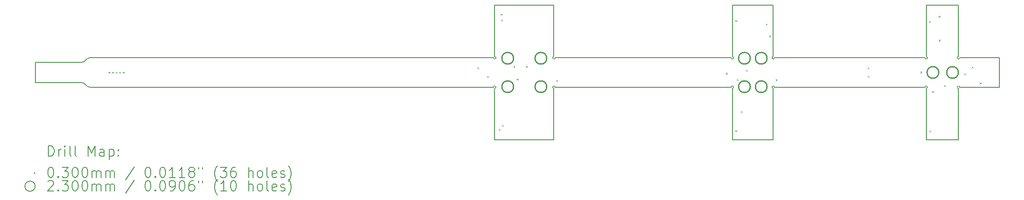
<source format=gbr>
%TF.GenerationSoftware,KiCad,Pcbnew,7.0.7*%
%TF.CreationDate,2024-05-14T22:52:38+02:00*%
%TF.ProjectId,Index_Middle_Ring_V3,496e6465-785f-44d6-9964-646c655f5269,rev?*%
%TF.SameCoordinates,Original*%
%TF.FileFunction,Drillmap*%
%TF.FilePolarity,Positive*%
%FSLAX45Y45*%
G04 Gerber Fmt 4.5, Leading zero omitted, Abs format (unit mm)*
G04 Created by KiCad (PCBNEW 7.0.7) date 2024-05-14 22:52:38*
%MOMM*%
%LPD*%
G01*
G04 APERTURE LIST*
%ADD10C,0.200000*%
%ADD11C,0.030000*%
%ADD12C,0.230000*%
G04 APERTURE END LIST*
D10*
X14387749Y-11477400D02*
X14387749Y-10467400D01*
X5211767Y-12037400D02*
G75*
G03*
X5128251Y-11992400I-83517J-55000D01*
G01*
X17862750Y-11502400D02*
G75*
G03*
X17887749Y-11477400I25000J0D01*
G01*
X17887749Y-12107401D02*
G75*
G03*
X17862749Y-12082400I1J25001D01*
G01*
X18712749Y-12082400D02*
X21662749Y-12082400D01*
X17887749Y-10467400D02*
X17887749Y-11477400D01*
X13202749Y-11502400D02*
X5295284Y-11502400D01*
X13202750Y-11502400D02*
G75*
G03*
X13227749Y-11477400I25000J0D01*
G01*
X4227749Y-11992400D02*
X5128251Y-11992400D01*
X21662750Y-11502400D02*
G75*
G03*
X21687749Y-11477400I25000J0D01*
G01*
X17887749Y-12107400D02*
X17887749Y-13117400D01*
X13227749Y-12107400D02*
X13227749Y-13117400D01*
X17887749Y-13117400D02*
X18687749Y-13117400D01*
X14387749Y-10467400D02*
X13227749Y-10467400D01*
X18687749Y-13117400D02*
X18687749Y-12107400D01*
X23117749Y-12082400D02*
X23117749Y-11502400D01*
X21687749Y-12107401D02*
G75*
G03*
X21662749Y-12082400I1J25001D01*
G01*
X18687749Y-10467400D02*
X17887749Y-10467400D01*
X5128251Y-11592400D02*
G75*
G03*
X5211767Y-11547400I-1J100001D01*
G01*
X4227749Y-11592400D02*
X4227749Y-11992400D01*
X5211765Y-12037402D02*
G75*
G03*
X5295284Y-12082400I83515J55002D01*
G01*
X17862749Y-11502400D02*
X14412749Y-11502400D01*
X22317749Y-11477400D02*
X22317749Y-10467400D01*
X14412750Y-12082400D02*
G75*
G03*
X14387749Y-12107400I-25000J0D01*
G01*
X22317749Y-13117400D02*
X22317749Y-12107400D01*
X23117749Y-11502400D02*
X22342749Y-11502400D01*
X21687749Y-13117400D02*
X22317749Y-13117400D01*
X22342749Y-12082400D02*
X23117749Y-12082400D01*
X14387749Y-11477401D02*
G75*
G03*
X14412749Y-11502400I1J-24999D01*
G01*
X14387749Y-13117400D02*
X14387749Y-12107400D01*
X13227749Y-10467400D02*
X13227749Y-11477400D01*
X18687749Y-11477400D02*
X18687749Y-10467400D01*
X13227749Y-13117400D02*
X14387749Y-13117400D01*
X5295284Y-11502403D02*
G75*
G03*
X5211767Y-11547400I-4J-99997D01*
G01*
X13227749Y-12107401D02*
G75*
G03*
X13202749Y-12082400I1J25001D01*
G01*
X22317749Y-10467400D02*
X21687749Y-10467400D01*
X18712750Y-12082400D02*
G75*
G03*
X18687749Y-12107400I-25000J0D01*
G01*
X21687749Y-12107400D02*
X21687749Y-13117400D01*
X14412749Y-12082400D02*
X17862749Y-12082400D01*
X5128251Y-11592400D02*
X4227749Y-11592400D01*
X5295284Y-12082400D02*
X13202749Y-12082400D01*
X21687749Y-10467400D02*
X21687749Y-11477400D01*
X21662749Y-11502400D02*
X18712749Y-11502400D01*
X22342750Y-12082400D02*
G75*
G03*
X22317749Y-12107400I-25000J0D01*
G01*
X18687749Y-11477401D02*
G75*
G03*
X18712749Y-11502400I1J-24999D01*
G01*
X22317749Y-11477401D02*
G75*
G03*
X22342749Y-11502400I1J-24999D01*
G01*
D11*
X5655372Y-11777400D02*
X5685372Y-11807400D01*
X5685372Y-11777400D02*
X5655372Y-11807400D01*
X5725372Y-11777400D02*
X5755372Y-11807400D01*
X5755372Y-11777400D02*
X5725372Y-11807400D01*
X5795372Y-11777400D02*
X5825372Y-11807400D01*
X5825372Y-11777400D02*
X5795372Y-11807400D01*
X5865373Y-11777400D02*
X5895373Y-11807400D01*
X5895373Y-11777400D02*
X5865373Y-11807400D01*
X5935372Y-11777400D02*
X5965372Y-11807400D01*
X5965372Y-11777400D02*
X5935372Y-11807400D01*
X12888000Y-11687400D02*
X12918000Y-11717400D01*
X12918000Y-11687400D02*
X12888000Y-11717400D01*
X13078000Y-11862400D02*
X13108000Y-11892400D01*
X13108000Y-11862400D02*
X13078000Y-11892400D01*
X13305500Y-12904900D02*
X13335500Y-12934900D01*
X13335500Y-12904900D02*
X13305500Y-12934900D01*
X13344600Y-10636400D02*
X13374600Y-10666400D01*
X13374600Y-10636400D02*
X13344600Y-10666400D01*
X13354600Y-10747400D02*
X13384600Y-10777400D01*
X13384600Y-10747400D02*
X13354600Y-10777400D01*
X13368000Y-12822400D02*
X13398000Y-12852400D01*
X13398000Y-12822400D02*
X13368000Y-12852400D01*
X13593000Y-11662400D02*
X13623000Y-11692400D01*
X13623000Y-11662400D02*
X13593000Y-11692400D01*
X13658000Y-11912400D02*
X13688000Y-11942400D01*
X13688000Y-11912400D02*
X13658000Y-11942400D01*
X13838000Y-11662400D02*
X13868000Y-11692400D01*
X13868000Y-11662400D02*
X13838000Y-11692400D01*
X14433500Y-11937900D02*
X14463500Y-11967900D01*
X14463500Y-11937900D02*
X14433500Y-11967900D01*
X17760500Y-11799900D02*
X17790500Y-11829900D01*
X17790500Y-11799900D02*
X17760500Y-11829900D01*
X17943000Y-10762400D02*
X17973000Y-10792400D01*
X17973000Y-10762400D02*
X17943000Y-10792400D01*
X17943000Y-12927400D02*
X17973000Y-12957400D01*
X17973000Y-12927400D02*
X17943000Y-12957400D01*
X17971000Y-11923400D02*
X18001000Y-11953400D01*
X18001000Y-11923400D02*
X17971000Y-11953400D01*
X18052000Y-12554400D02*
X18082000Y-12584400D01*
X18082000Y-12554400D02*
X18052000Y-12584400D01*
X18153000Y-11737400D02*
X18183000Y-11767400D01*
X18183000Y-11737400D02*
X18153000Y-11767400D01*
X18538000Y-10827400D02*
X18568000Y-10857400D01*
X18568000Y-10827400D02*
X18538000Y-10857400D01*
X18608000Y-11062400D02*
X18638000Y-11092400D01*
X18638000Y-11062400D02*
X18608000Y-11092400D01*
X18733500Y-11924900D02*
X18763500Y-11954900D01*
X18763500Y-11924900D02*
X18733500Y-11954900D01*
X20536000Y-11694400D02*
X20566000Y-11724400D01*
X20566000Y-11694400D02*
X20536000Y-11724400D01*
X20541000Y-11857400D02*
X20571000Y-11887400D01*
X20571000Y-11857400D02*
X20541000Y-11887400D01*
X21569000Y-11773400D02*
X21599000Y-11803400D01*
X21599000Y-11773400D02*
X21569000Y-11803400D01*
X21738000Y-10777400D02*
X21768000Y-10807400D01*
X21768000Y-10777400D02*
X21738000Y-10807400D01*
X21750500Y-12934150D02*
X21780500Y-12964150D01*
X21780500Y-12934150D02*
X21750500Y-12964150D01*
X21804000Y-12159400D02*
X21834000Y-12189400D01*
X21834000Y-12159400D02*
X21804000Y-12189400D01*
X21928000Y-10677400D02*
X21958000Y-10707400D01*
X21958000Y-10677400D02*
X21928000Y-10707400D01*
X21932000Y-11148400D02*
X21962000Y-11178400D01*
X21962000Y-11148400D02*
X21932000Y-11178400D01*
X22034000Y-12040400D02*
X22064000Y-12070400D01*
X22064000Y-12040400D02*
X22034000Y-12070400D01*
X22428000Y-11807400D02*
X22458000Y-11837400D01*
X22458000Y-11807400D02*
X22428000Y-11837400D01*
X22579000Y-11675400D02*
X22609000Y-11705400D01*
X22609000Y-11675400D02*
X22579000Y-11705400D01*
X22734000Y-11987400D02*
X22764000Y-12017400D01*
X22764000Y-11987400D02*
X22734000Y-12017400D01*
D12*
X13598000Y-11512400D02*
G75*
G03*
X13598000Y-11512400I-115000J0D01*
G01*
X13598000Y-12072400D02*
G75*
G03*
X13598000Y-12072400I-115000J0D01*
G01*
X14248000Y-11512400D02*
G75*
G03*
X14248000Y-11512400I-115000J0D01*
G01*
X14248000Y-12072400D02*
G75*
G03*
X14248000Y-12072400I-115000J0D01*
G01*
X18238000Y-11512400D02*
G75*
G03*
X18238000Y-11512400I-115000J0D01*
G01*
X18238000Y-12072400D02*
G75*
G03*
X18238000Y-12072400I-115000J0D01*
G01*
X18568000Y-11512400D02*
G75*
G03*
X18568000Y-11512400I-115000J0D01*
G01*
X18568000Y-12072400D02*
G75*
G03*
X18568000Y-12072400I-115000J0D01*
G01*
X21933000Y-11792400D02*
G75*
G03*
X21933000Y-11792400I-115000J0D01*
G01*
X22318000Y-11792400D02*
G75*
G03*
X22318000Y-11792400I-115000J0D01*
G01*
D10*
X4478526Y-13438884D02*
X4478526Y-13238884D01*
X4478526Y-13238884D02*
X4526145Y-13238884D01*
X4526145Y-13238884D02*
X4554717Y-13248408D01*
X4554717Y-13248408D02*
X4573764Y-13267455D01*
X4573764Y-13267455D02*
X4583288Y-13286503D01*
X4583288Y-13286503D02*
X4592812Y-13324598D01*
X4592812Y-13324598D02*
X4592812Y-13353169D01*
X4592812Y-13353169D02*
X4583288Y-13391265D01*
X4583288Y-13391265D02*
X4573764Y-13410312D01*
X4573764Y-13410312D02*
X4554717Y-13429360D01*
X4554717Y-13429360D02*
X4526145Y-13438884D01*
X4526145Y-13438884D02*
X4478526Y-13438884D01*
X4678526Y-13438884D02*
X4678526Y-13305550D01*
X4678526Y-13343646D02*
X4688050Y-13324598D01*
X4688050Y-13324598D02*
X4697574Y-13315074D01*
X4697574Y-13315074D02*
X4716621Y-13305550D01*
X4716621Y-13305550D02*
X4735669Y-13305550D01*
X4802336Y-13438884D02*
X4802336Y-13305550D01*
X4802336Y-13238884D02*
X4792812Y-13248408D01*
X4792812Y-13248408D02*
X4802336Y-13257931D01*
X4802336Y-13257931D02*
X4811859Y-13248408D01*
X4811859Y-13248408D02*
X4802336Y-13238884D01*
X4802336Y-13238884D02*
X4802336Y-13257931D01*
X4926145Y-13438884D02*
X4907098Y-13429360D01*
X4907098Y-13429360D02*
X4897574Y-13410312D01*
X4897574Y-13410312D02*
X4897574Y-13238884D01*
X5030907Y-13438884D02*
X5011859Y-13429360D01*
X5011859Y-13429360D02*
X5002336Y-13410312D01*
X5002336Y-13410312D02*
X5002336Y-13238884D01*
X5259479Y-13438884D02*
X5259479Y-13238884D01*
X5259479Y-13238884D02*
X5326145Y-13381741D01*
X5326145Y-13381741D02*
X5392812Y-13238884D01*
X5392812Y-13238884D02*
X5392812Y-13438884D01*
X5573764Y-13438884D02*
X5573764Y-13334122D01*
X5573764Y-13334122D02*
X5564240Y-13315074D01*
X5564240Y-13315074D02*
X5545193Y-13305550D01*
X5545193Y-13305550D02*
X5507098Y-13305550D01*
X5507098Y-13305550D02*
X5488050Y-13315074D01*
X5573764Y-13429360D02*
X5554717Y-13438884D01*
X5554717Y-13438884D02*
X5507098Y-13438884D01*
X5507098Y-13438884D02*
X5488050Y-13429360D01*
X5488050Y-13429360D02*
X5478526Y-13410312D01*
X5478526Y-13410312D02*
X5478526Y-13391265D01*
X5478526Y-13391265D02*
X5488050Y-13372217D01*
X5488050Y-13372217D02*
X5507098Y-13362693D01*
X5507098Y-13362693D02*
X5554717Y-13362693D01*
X5554717Y-13362693D02*
X5573764Y-13353169D01*
X5669002Y-13305550D02*
X5669002Y-13505550D01*
X5669002Y-13315074D02*
X5688050Y-13305550D01*
X5688050Y-13305550D02*
X5726145Y-13305550D01*
X5726145Y-13305550D02*
X5745193Y-13315074D01*
X5745193Y-13315074D02*
X5754717Y-13324598D01*
X5754717Y-13324598D02*
X5764240Y-13343646D01*
X5764240Y-13343646D02*
X5764240Y-13400788D01*
X5764240Y-13400788D02*
X5754717Y-13419836D01*
X5754717Y-13419836D02*
X5745193Y-13429360D01*
X5745193Y-13429360D02*
X5726145Y-13438884D01*
X5726145Y-13438884D02*
X5688050Y-13438884D01*
X5688050Y-13438884D02*
X5669002Y-13429360D01*
X5849955Y-13419836D02*
X5859478Y-13429360D01*
X5859478Y-13429360D02*
X5849955Y-13438884D01*
X5849955Y-13438884D02*
X5840431Y-13429360D01*
X5840431Y-13429360D02*
X5849955Y-13419836D01*
X5849955Y-13419836D02*
X5849955Y-13438884D01*
X5849955Y-13315074D02*
X5859478Y-13324598D01*
X5859478Y-13324598D02*
X5849955Y-13334122D01*
X5849955Y-13334122D02*
X5840431Y-13324598D01*
X5840431Y-13324598D02*
X5849955Y-13315074D01*
X5849955Y-13315074D02*
X5849955Y-13334122D01*
D11*
X4187749Y-13752400D02*
X4217749Y-13782400D01*
X4217749Y-13752400D02*
X4187749Y-13782400D01*
D10*
X4516621Y-13658884D02*
X4535669Y-13658884D01*
X4535669Y-13658884D02*
X4554717Y-13668408D01*
X4554717Y-13668408D02*
X4564240Y-13677931D01*
X4564240Y-13677931D02*
X4573764Y-13696979D01*
X4573764Y-13696979D02*
X4583288Y-13735074D01*
X4583288Y-13735074D02*
X4583288Y-13782693D01*
X4583288Y-13782693D02*
X4573764Y-13820788D01*
X4573764Y-13820788D02*
X4564240Y-13839836D01*
X4564240Y-13839836D02*
X4554717Y-13849360D01*
X4554717Y-13849360D02*
X4535669Y-13858884D01*
X4535669Y-13858884D02*
X4516621Y-13858884D01*
X4516621Y-13858884D02*
X4497574Y-13849360D01*
X4497574Y-13849360D02*
X4488050Y-13839836D01*
X4488050Y-13839836D02*
X4478526Y-13820788D01*
X4478526Y-13820788D02*
X4469002Y-13782693D01*
X4469002Y-13782693D02*
X4469002Y-13735074D01*
X4469002Y-13735074D02*
X4478526Y-13696979D01*
X4478526Y-13696979D02*
X4488050Y-13677931D01*
X4488050Y-13677931D02*
X4497574Y-13668408D01*
X4497574Y-13668408D02*
X4516621Y-13658884D01*
X4669002Y-13839836D02*
X4678526Y-13849360D01*
X4678526Y-13849360D02*
X4669002Y-13858884D01*
X4669002Y-13858884D02*
X4659479Y-13849360D01*
X4659479Y-13849360D02*
X4669002Y-13839836D01*
X4669002Y-13839836D02*
X4669002Y-13858884D01*
X4745193Y-13658884D02*
X4869002Y-13658884D01*
X4869002Y-13658884D02*
X4802336Y-13735074D01*
X4802336Y-13735074D02*
X4830907Y-13735074D01*
X4830907Y-13735074D02*
X4849955Y-13744598D01*
X4849955Y-13744598D02*
X4859479Y-13754122D01*
X4859479Y-13754122D02*
X4869002Y-13773169D01*
X4869002Y-13773169D02*
X4869002Y-13820788D01*
X4869002Y-13820788D02*
X4859479Y-13839836D01*
X4859479Y-13839836D02*
X4849955Y-13849360D01*
X4849955Y-13849360D02*
X4830907Y-13858884D01*
X4830907Y-13858884D02*
X4773764Y-13858884D01*
X4773764Y-13858884D02*
X4754717Y-13849360D01*
X4754717Y-13849360D02*
X4745193Y-13839836D01*
X4992812Y-13658884D02*
X5011860Y-13658884D01*
X5011860Y-13658884D02*
X5030907Y-13668408D01*
X5030907Y-13668408D02*
X5040431Y-13677931D01*
X5040431Y-13677931D02*
X5049955Y-13696979D01*
X5049955Y-13696979D02*
X5059479Y-13735074D01*
X5059479Y-13735074D02*
X5059479Y-13782693D01*
X5059479Y-13782693D02*
X5049955Y-13820788D01*
X5049955Y-13820788D02*
X5040431Y-13839836D01*
X5040431Y-13839836D02*
X5030907Y-13849360D01*
X5030907Y-13849360D02*
X5011860Y-13858884D01*
X5011860Y-13858884D02*
X4992812Y-13858884D01*
X4992812Y-13858884D02*
X4973764Y-13849360D01*
X4973764Y-13849360D02*
X4964240Y-13839836D01*
X4964240Y-13839836D02*
X4954717Y-13820788D01*
X4954717Y-13820788D02*
X4945193Y-13782693D01*
X4945193Y-13782693D02*
X4945193Y-13735074D01*
X4945193Y-13735074D02*
X4954717Y-13696979D01*
X4954717Y-13696979D02*
X4964240Y-13677931D01*
X4964240Y-13677931D02*
X4973764Y-13668408D01*
X4973764Y-13668408D02*
X4992812Y-13658884D01*
X5183288Y-13658884D02*
X5202336Y-13658884D01*
X5202336Y-13658884D02*
X5221383Y-13668408D01*
X5221383Y-13668408D02*
X5230907Y-13677931D01*
X5230907Y-13677931D02*
X5240431Y-13696979D01*
X5240431Y-13696979D02*
X5249955Y-13735074D01*
X5249955Y-13735074D02*
X5249955Y-13782693D01*
X5249955Y-13782693D02*
X5240431Y-13820788D01*
X5240431Y-13820788D02*
X5230907Y-13839836D01*
X5230907Y-13839836D02*
X5221383Y-13849360D01*
X5221383Y-13849360D02*
X5202336Y-13858884D01*
X5202336Y-13858884D02*
X5183288Y-13858884D01*
X5183288Y-13858884D02*
X5164240Y-13849360D01*
X5164240Y-13849360D02*
X5154717Y-13839836D01*
X5154717Y-13839836D02*
X5145193Y-13820788D01*
X5145193Y-13820788D02*
X5135669Y-13782693D01*
X5135669Y-13782693D02*
X5135669Y-13735074D01*
X5135669Y-13735074D02*
X5145193Y-13696979D01*
X5145193Y-13696979D02*
X5154717Y-13677931D01*
X5154717Y-13677931D02*
X5164240Y-13668408D01*
X5164240Y-13668408D02*
X5183288Y-13658884D01*
X5335669Y-13858884D02*
X5335669Y-13725550D01*
X5335669Y-13744598D02*
X5345193Y-13735074D01*
X5345193Y-13735074D02*
X5364240Y-13725550D01*
X5364240Y-13725550D02*
X5392812Y-13725550D01*
X5392812Y-13725550D02*
X5411860Y-13735074D01*
X5411860Y-13735074D02*
X5421383Y-13754122D01*
X5421383Y-13754122D02*
X5421383Y-13858884D01*
X5421383Y-13754122D02*
X5430907Y-13735074D01*
X5430907Y-13735074D02*
X5449955Y-13725550D01*
X5449955Y-13725550D02*
X5478526Y-13725550D01*
X5478526Y-13725550D02*
X5497574Y-13735074D01*
X5497574Y-13735074D02*
X5507098Y-13754122D01*
X5507098Y-13754122D02*
X5507098Y-13858884D01*
X5602336Y-13858884D02*
X5602336Y-13725550D01*
X5602336Y-13744598D02*
X5611859Y-13735074D01*
X5611859Y-13735074D02*
X5630907Y-13725550D01*
X5630907Y-13725550D02*
X5659479Y-13725550D01*
X5659479Y-13725550D02*
X5678526Y-13735074D01*
X5678526Y-13735074D02*
X5688050Y-13754122D01*
X5688050Y-13754122D02*
X5688050Y-13858884D01*
X5688050Y-13754122D02*
X5697574Y-13735074D01*
X5697574Y-13735074D02*
X5716621Y-13725550D01*
X5716621Y-13725550D02*
X5745193Y-13725550D01*
X5745193Y-13725550D02*
X5764240Y-13735074D01*
X5764240Y-13735074D02*
X5773764Y-13754122D01*
X5773764Y-13754122D02*
X5773764Y-13858884D01*
X6164240Y-13649360D02*
X5992812Y-13906503D01*
X6421383Y-13658884D02*
X6440431Y-13658884D01*
X6440431Y-13658884D02*
X6459479Y-13668408D01*
X6459479Y-13668408D02*
X6469002Y-13677931D01*
X6469002Y-13677931D02*
X6478526Y-13696979D01*
X6478526Y-13696979D02*
X6488050Y-13735074D01*
X6488050Y-13735074D02*
X6488050Y-13782693D01*
X6488050Y-13782693D02*
X6478526Y-13820788D01*
X6478526Y-13820788D02*
X6469002Y-13839836D01*
X6469002Y-13839836D02*
X6459479Y-13849360D01*
X6459479Y-13849360D02*
X6440431Y-13858884D01*
X6440431Y-13858884D02*
X6421383Y-13858884D01*
X6421383Y-13858884D02*
X6402336Y-13849360D01*
X6402336Y-13849360D02*
X6392812Y-13839836D01*
X6392812Y-13839836D02*
X6383288Y-13820788D01*
X6383288Y-13820788D02*
X6373764Y-13782693D01*
X6373764Y-13782693D02*
X6373764Y-13735074D01*
X6373764Y-13735074D02*
X6383288Y-13696979D01*
X6383288Y-13696979D02*
X6392812Y-13677931D01*
X6392812Y-13677931D02*
X6402336Y-13668408D01*
X6402336Y-13668408D02*
X6421383Y-13658884D01*
X6573764Y-13839836D02*
X6583288Y-13849360D01*
X6583288Y-13849360D02*
X6573764Y-13858884D01*
X6573764Y-13858884D02*
X6564241Y-13849360D01*
X6564241Y-13849360D02*
X6573764Y-13839836D01*
X6573764Y-13839836D02*
X6573764Y-13858884D01*
X6707098Y-13658884D02*
X6726145Y-13658884D01*
X6726145Y-13658884D02*
X6745193Y-13668408D01*
X6745193Y-13668408D02*
X6754717Y-13677931D01*
X6754717Y-13677931D02*
X6764241Y-13696979D01*
X6764241Y-13696979D02*
X6773764Y-13735074D01*
X6773764Y-13735074D02*
X6773764Y-13782693D01*
X6773764Y-13782693D02*
X6764241Y-13820788D01*
X6764241Y-13820788D02*
X6754717Y-13839836D01*
X6754717Y-13839836D02*
X6745193Y-13849360D01*
X6745193Y-13849360D02*
X6726145Y-13858884D01*
X6726145Y-13858884D02*
X6707098Y-13858884D01*
X6707098Y-13858884D02*
X6688050Y-13849360D01*
X6688050Y-13849360D02*
X6678526Y-13839836D01*
X6678526Y-13839836D02*
X6669002Y-13820788D01*
X6669002Y-13820788D02*
X6659479Y-13782693D01*
X6659479Y-13782693D02*
X6659479Y-13735074D01*
X6659479Y-13735074D02*
X6669002Y-13696979D01*
X6669002Y-13696979D02*
X6678526Y-13677931D01*
X6678526Y-13677931D02*
X6688050Y-13668408D01*
X6688050Y-13668408D02*
X6707098Y-13658884D01*
X6964241Y-13858884D02*
X6849955Y-13858884D01*
X6907098Y-13858884D02*
X6907098Y-13658884D01*
X6907098Y-13658884D02*
X6888050Y-13687455D01*
X6888050Y-13687455D02*
X6869002Y-13706503D01*
X6869002Y-13706503D02*
X6849955Y-13716027D01*
X7154717Y-13858884D02*
X7040431Y-13858884D01*
X7097574Y-13858884D02*
X7097574Y-13658884D01*
X7097574Y-13658884D02*
X7078526Y-13687455D01*
X7078526Y-13687455D02*
X7059479Y-13706503D01*
X7059479Y-13706503D02*
X7040431Y-13716027D01*
X7269002Y-13744598D02*
X7249955Y-13735074D01*
X7249955Y-13735074D02*
X7240431Y-13725550D01*
X7240431Y-13725550D02*
X7230907Y-13706503D01*
X7230907Y-13706503D02*
X7230907Y-13696979D01*
X7230907Y-13696979D02*
X7240431Y-13677931D01*
X7240431Y-13677931D02*
X7249955Y-13668408D01*
X7249955Y-13668408D02*
X7269002Y-13658884D01*
X7269002Y-13658884D02*
X7307098Y-13658884D01*
X7307098Y-13658884D02*
X7326145Y-13668408D01*
X7326145Y-13668408D02*
X7335669Y-13677931D01*
X7335669Y-13677931D02*
X7345193Y-13696979D01*
X7345193Y-13696979D02*
X7345193Y-13706503D01*
X7345193Y-13706503D02*
X7335669Y-13725550D01*
X7335669Y-13725550D02*
X7326145Y-13735074D01*
X7326145Y-13735074D02*
X7307098Y-13744598D01*
X7307098Y-13744598D02*
X7269002Y-13744598D01*
X7269002Y-13744598D02*
X7249955Y-13754122D01*
X7249955Y-13754122D02*
X7240431Y-13763646D01*
X7240431Y-13763646D02*
X7230907Y-13782693D01*
X7230907Y-13782693D02*
X7230907Y-13820788D01*
X7230907Y-13820788D02*
X7240431Y-13839836D01*
X7240431Y-13839836D02*
X7249955Y-13849360D01*
X7249955Y-13849360D02*
X7269002Y-13858884D01*
X7269002Y-13858884D02*
X7307098Y-13858884D01*
X7307098Y-13858884D02*
X7326145Y-13849360D01*
X7326145Y-13849360D02*
X7335669Y-13839836D01*
X7335669Y-13839836D02*
X7345193Y-13820788D01*
X7345193Y-13820788D02*
X7345193Y-13782693D01*
X7345193Y-13782693D02*
X7335669Y-13763646D01*
X7335669Y-13763646D02*
X7326145Y-13754122D01*
X7326145Y-13754122D02*
X7307098Y-13744598D01*
X7421383Y-13658884D02*
X7421383Y-13696979D01*
X7497574Y-13658884D02*
X7497574Y-13696979D01*
X7792812Y-13935074D02*
X7783288Y-13925550D01*
X7783288Y-13925550D02*
X7764241Y-13896979D01*
X7764241Y-13896979D02*
X7754717Y-13877931D01*
X7754717Y-13877931D02*
X7745193Y-13849360D01*
X7745193Y-13849360D02*
X7735669Y-13801741D01*
X7735669Y-13801741D02*
X7735669Y-13763646D01*
X7735669Y-13763646D02*
X7745193Y-13716027D01*
X7745193Y-13716027D02*
X7754717Y-13687455D01*
X7754717Y-13687455D02*
X7764241Y-13668408D01*
X7764241Y-13668408D02*
X7783288Y-13639836D01*
X7783288Y-13639836D02*
X7792812Y-13630312D01*
X7849955Y-13658884D02*
X7973764Y-13658884D01*
X7973764Y-13658884D02*
X7907098Y-13735074D01*
X7907098Y-13735074D02*
X7935669Y-13735074D01*
X7935669Y-13735074D02*
X7954717Y-13744598D01*
X7954717Y-13744598D02*
X7964241Y-13754122D01*
X7964241Y-13754122D02*
X7973764Y-13773169D01*
X7973764Y-13773169D02*
X7973764Y-13820788D01*
X7973764Y-13820788D02*
X7964241Y-13839836D01*
X7964241Y-13839836D02*
X7954717Y-13849360D01*
X7954717Y-13849360D02*
X7935669Y-13858884D01*
X7935669Y-13858884D02*
X7878526Y-13858884D01*
X7878526Y-13858884D02*
X7859479Y-13849360D01*
X7859479Y-13849360D02*
X7849955Y-13839836D01*
X8145193Y-13658884D02*
X8107098Y-13658884D01*
X8107098Y-13658884D02*
X8088050Y-13668408D01*
X8088050Y-13668408D02*
X8078526Y-13677931D01*
X8078526Y-13677931D02*
X8059479Y-13706503D01*
X8059479Y-13706503D02*
X8049955Y-13744598D01*
X8049955Y-13744598D02*
X8049955Y-13820788D01*
X8049955Y-13820788D02*
X8059479Y-13839836D01*
X8059479Y-13839836D02*
X8069003Y-13849360D01*
X8069003Y-13849360D02*
X8088050Y-13858884D01*
X8088050Y-13858884D02*
X8126145Y-13858884D01*
X8126145Y-13858884D02*
X8145193Y-13849360D01*
X8145193Y-13849360D02*
X8154717Y-13839836D01*
X8154717Y-13839836D02*
X8164241Y-13820788D01*
X8164241Y-13820788D02*
X8164241Y-13773169D01*
X8164241Y-13773169D02*
X8154717Y-13754122D01*
X8154717Y-13754122D02*
X8145193Y-13744598D01*
X8145193Y-13744598D02*
X8126145Y-13735074D01*
X8126145Y-13735074D02*
X8088050Y-13735074D01*
X8088050Y-13735074D02*
X8069003Y-13744598D01*
X8069003Y-13744598D02*
X8059479Y-13754122D01*
X8059479Y-13754122D02*
X8049955Y-13773169D01*
X8402336Y-13858884D02*
X8402336Y-13658884D01*
X8488050Y-13858884D02*
X8488050Y-13754122D01*
X8488050Y-13754122D02*
X8478527Y-13735074D01*
X8478527Y-13735074D02*
X8459479Y-13725550D01*
X8459479Y-13725550D02*
X8430907Y-13725550D01*
X8430907Y-13725550D02*
X8411860Y-13735074D01*
X8411860Y-13735074D02*
X8402336Y-13744598D01*
X8611860Y-13858884D02*
X8592812Y-13849360D01*
X8592812Y-13849360D02*
X8583288Y-13839836D01*
X8583288Y-13839836D02*
X8573765Y-13820788D01*
X8573765Y-13820788D02*
X8573765Y-13763646D01*
X8573765Y-13763646D02*
X8583288Y-13744598D01*
X8583288Y-13744598D02*
X8592812Y-13735074D01*
X8592812Y-13735074D02*
X8611860Y-13725550D01*
X8611860Y-13725550D02*
X8640431Y-13725550D01*
X8640431Y-13725550D02*
X8659479Y-13735074D01*
X8659479Y-13735074D02*
X8669003Y-13744598D01*
X8669003Y-13744598D02*
X8678527Y-13763646D01*
X8678527Y-13763646D02*
X8678527Y-13820788D01*
X8678527Y-13820788D02*
X8669003Y-13839836D01*
X8669003Y-13839836D02*
X8659479Y-13849360D01*
X8659479Y-13849360D02*
X8640431Y-13858884D01*
X8640431Y-13858884D02*
X8611860Y-13858884D01*
X8792812Y-13858884D02*
X8773765Y-13849360D01*
X8773765Y-13849360D02*
X8764241Y-13830312D01*
X8764241Y-13830312D02*
X8764241Y-13658884D01*
X8945193Y-13849360D02*
X8926146Y-13858884D01*
X8926146Y-13858884D02*
X8888050Y-13858884D01*
X8888050Y-13858884D02*
X8869003Y-13849360D01*
X8869003Y-13849360D02*
X8859479Y-13830312D01*
X8859479Y-13830312D02*
X8859479Y-13754122D01*
X8859479Y-13754122D02*
X8869003Y-13735074D01*
X8869003Y-13735074D02*
X8888050Y-13725550D01*
X8888050Y-13725550D02*
X8926146Y-13725550D01*
X8926146Y-13725550D02*
X8945193Y-13735074D01*
X8945193Y-13735074D02*
X8954717Y-13754122D01*
X8954717Y-13754122D02*
X8954717Y-13773169D01*
X8954717Y-13773169D02*
X8859479Y-13792217D01*
X9030908Y-13849360D02*
X9049955Y-13858884D01*
X9049955Y-13858884D02*
X9088050Y-13858884D01*
X9088050Y-13858884D02*
X9107098Y-13849360D01*
X9107098Y-13849360D02*
X9116622Y-13830312D01*
X9116622Y-13830312D02*
X9116622Y-13820788D01*
X9116622Y-13820788D02*
X9107098Y-13801741D01*
X9107098Y-13801741D02*
X9088050Y-13792217D01*
X9088050Y-13792217D02*
X9059479Y-13792217D01*
X9059479Y-13792217D02*
X9040431Y-13782693D01*
X9040431Y-13782693D02*
X9030908Y-13763646D01*
X9030908Y-13763646D02*
X9030908Y-13754122D01*
X9030908Y-13754122D02*
X9040431Y-13735074D01*
X9040431Y-13735074D02*
X9059479Y-13725550D01*
X9059479Y-13725550D02*
X9088050Y-13725550D01*
X9088050Y-13725550D02*
X9107098Y-13735074D01*
X9183289Y-13935074D02*
X9192812Y-13925550D01*
X9192812Y-13925550D02*
X9211860Y-13896979D01*
X9211860Y-13896979D02*
X9221384Y-13877931D01*
X9221384Y-13877931D02*
X9230908Y-13849360D01*
X9230908Y-13849360D02*
X9240431Y-13801741D01*
X9240431Y-13801741D02*
X9240431Y-13763646D01*
X9240431Y-13763646D02*
X9230908Y-13716027D01*
X9230908Y-13716027D02*
X9221384Y-13687455D01*
X9221384Y-13687455D02*
X9211860Y-13668408D01*
X9211860Y-13668408D02*
X9192812Y-13639836D01*
X9192812Y-13639836D02*
X9183289Y-13630312D01*
X4217749Y-14031400D02*
G75*
G03*
X4217749Y-14031400I-100000J0D01*
G01*
X4469002Y-13941931D02*
X4478526Y-13932408D01*
X4478526Y-13932408D02*
X4497574Y-13922884D01*
X4497574Y-13922884D02*
X4545193Y-13922884D01*
X4545193Y-13922884D02*
X4564240Y-13932408D01*
X4564240Y-13932408D02*
X4573764Y-13941931D01*
X4573764Y-13941931D02*
X4583288Y-13960979D01*
X4583288Y-13960979D02*
X4583288Y-13980027D01*
X4583288Y-13980027D02*
X4573764Y-14008598D01*
X4573764Y-14008598D02*
X4459479Y-14122884D01*
X4459479Y-14122884D02*
X4583288Y-14122884D01*
X4669002Y-14103836D02*
X4678526Y-14113360D01*
X4678526Y-14113360D02*
X4669002Y-14122884D01*
X4669002Y-14122884D02*
X4659479Y-14113360D01*
X4659479Y-14113360D02*
X4669002Y-14103836D01*
X4669002Y-14103836D02*
X4669002Y-14122884D01*
X4745193Y-13922884D02*
X4869002Y-13922884D01*
X4869002Y-13922884D02*
X4802336Y-13999074D01*
X4802336Y-13999074D02*
X4830907Y-13999074D01*
X4830907Y-13999074D02*
X4849955Y-14008598D01*
X4849955Y-14008598D02*
X4859479Y-14018122D01*
X4859479Y-14018122D02*
X4869002Y-14037169D01*
X4869002Y-14037169D02*
X4869002Y-14084788D01*
X4869002Y-14084788D02*
X4859479Y-14103836D01*
X4859479Y-14103836D02*
X4849955Y-14113360D01*
X4849955Y-14113360D02*
X4830907Y-14122884D01*
X4830907Y-14122884D02*
X4773764Y-14122884D01*
X4773764Y-14122884D02*
X4754717Y-14113360D01*
X4754717Y-14113360D02*
X4745193Y-14103836D01*
X4992812Y-13922884D02*
X5011860Y-13922884D01*
X5011860Y-13922884D02*
X5030907Y-13932408D01*
X5030907Y-13932408D02*
X5040431Y-13941931D01*
X5040431Y-13941931D02*
X5049955Y-13960979D01*
X5049955Y-13960979D02*
X5059479Y-13999074D01*
X5059479Y-13999074D02*
X5059479Y-14046693D01*
X5059479Y-14046693D02*
X5049955Y-14084788D01*
X5049955Y-14084788D02*
X5040431Y-14103836D01*
X5040431Y-14103836D02*
X5030907Y-14113360D01*
X5030907Y-14113360D02*
X5011860Y-14122884D01*
X5011860Y-14122884D02*
X4992812Y-14122884D01*
X4992812Y-14122884D02*
X4973764Y-14113360D01*
X4973764Y-14113360D02*
X4964240Y-14103836D01*
X4964240Y-14103836D02*
X4954717Y-14084788D01*
X4954717Y-14084788D02*
X4945193Y-14046693D01*
X4945193Y-14046693D02*
X4945193Y-13999074D01*
X4945193Y-13999074D02*
X4954717Y-13960979D01*
X4954717Y-13960979D02*
X4964240Y-13941931D01*
X4964240Y-13941931D02*
X4973764Y-13932408D01*
X4973764Y-13932408D02*
X4992812Y-13922884D01*
X5183288Y-13922884D02*
X5202336Y-13922884D01*
X5202336Y-13922884D02*
X5221383Y-13932408D01*
X5221383Y-13932408D02*
X5230907Y-13941931D01*
X5230907Y-13941931D02*
X5240431Y-13960979D01*
X5240431Y-13960979D02*
X5249955Y-13999074D01*
X5249955Y-13999074D02*
X5249955Y-14046693D01*
X5249955Y-14046693D02*
X5240431Y-14084788D01*
X5240431Y-14084788D02*
X5230907Y-14103836D01*
X5230907Y-14103836D02*
X5221383Y-14113360D01*
X5221383Y-14113360D02*
X5202336Y-14122884D01*
X5202336Y-14122884D02*
X5183288Y-14122884D01*
X5183288Y-14122884D02*
X5164240Y-14113360D01*
X5164240Y-14113360D02*
X5154717Y-14103836D01*
X5154717Y-14103836D02*
X5145193Y-14084788D01*
X5145193Y-14084788D02*
X5135669Y-14046693D01*
X5135669Y-14046693D02*
X5135669Y-13999074D01*
X5135669Y-13999074D02*
X5145193Y-13960979D01*
X5145193Y-13960979D02*
X5154717Y-13941931D01*
X5154717Y-13941931D02*
X5164240Y-13932408D01*
X5164240Y-13932408D02*
X5183288Y-13922884D01*
X5335669Y-14122884D02*
X5335669Y-13989550D01*
X5335669Y-14008598D02*
X5345193Y-13999074D01*
X5345193Y-13999074D02*
X5364240Y-13989550D01*
X5364240Y-13989550D02*
X5392812Y-13989550D01*
X5392812Y-13989550D02*
X5411860Y-13999074D01*
X5411860Y-13999074D02*
X5421383Y-14018122D01*
X5421383Y-14018122D02*
X5421383Y-14122884D01*
X5421383Y-14018122D02*
X5430907Y-13999074D01*
X5430907Y-13999074D02*
X5449955Y-13989550D01*
X5449955Y-13989550D02*
X5478526Y-13989550D01*
X5478526Y-13989550D02*
X5497574Y-13999074D01*
X5497574Y-13999074D02*
X5507098Y-14018122D01*
X5507098Y-14018122D02*
X5507098Y-14122884D01*
X5602336Y-14122884D02*
X5602336Y-13989550D01*
X5602336Y-14008598D02*
X5611859Y-13999074D01*
X5611859Y-13999074D02*
X5630907Y-13989550D01*
X5630907Y-13989550D02*
X5659479Y-13989550D01*
X5659479Y-13989550D02*
X5678526Y-13999074D01*
X5678526Y-13999074D02*
X5688050Y-14018122D01*
X5688050Y-14018122D02*
X5688050Y-14122884D01*
X5688050Y-14018122D02*
X5697574Y-13999074D01*
X5697574Y-13999074D02*
X5716621Y-13989550D01*
X5716621Y-13989550D02*
X5745193Y-13989550D01*
X5745193Y-13989550D02*
X5764240Y-13999074D01*
X5764240Y-13999074D02*
X5773764Y-14018122D01*
X5773764Y-14018122D02*
X5773764Y-14122884D01*
X6164240Y-13913360D02*
X5992812Y-14170503D01*
X6421383Y-13922884D02*
X6440431Y-13922884D01*
X6440431Y-13922884D02*
X6459479Y-13932408D01*
X6459479Y-13932408D02*
X6469002Y-13941931D01*
X6469002Y-13941931D02*
X6478526Y-13960979D01*
X6478526Y-13960979D02*
X6488050Y-13999074D01*
X6488050Y-13999074D02*
X6488050Y-14046693D01*
X6488050Y-14046693D02*
X6478526Y-14084788D01*
X6478526Y-14084788D02*
X6469002Y-14103836D01*
X6469002Y-14103836D02*
X6459479Y-14113360D01*
X6459479Y-14113360D02*
X6440431Y-14122884D01*
X6440431Y-14122884D02*
X6421383Y-14122884D01*
X6421383Y-14122884D02*
X6402336Y-14113360D01*
X6402336Y-14113360D02*
X6392812Y-14103836D01*
X6392812Y-14103836D02*
X6383288Y-14084788D01*
X6383288Y-14084788D02*
X6373764Y-14046693D01*
X6373764Y-14046693D02*
X6373764Y-13999074D01*
X6373764Y-13999074D02*
X6383288Y-13960979D01*
X6383288Y-13960979D02*
X6392812Y-13941931D01*
X6392812Y-13941931D02*
X6402336Y-13932408D01*
X6402336Y-13932408D02*
X6421383Y-13922884D01*
X6573764Y-14103836D02*
X6583288Y-14113360D01*
X6583288Y-14113360D02*
X6573764Y-14122884D01*
X6573764Y-14122884D02*
X6564241Y-14113360D01*
X6564241Y-14113360D02*
X6573764Y-14103836D01*
X6573764Y-14103836D02*
X6573764Y-14122884D01*
X6707098Y-13922884D02*
X6726145Y-13922884D01*
X6726145Y-13922884D02*
X6745193Y-13932408D01*
X6745193Y-13932408D02*
X6754717Y-13941931D01*
X6754717Y-13941931D02*
X6764241Y-13960979D01*
X6764241Y-13960979D02*
X6773764Y-13999074D01*
X6773764Y-13999074D02*
X6773764Y-14046693D01*
X6773764Y-14046693D02*
X6764241Y-14084788D01*
X6764241Y-14084788D02*
X6754717Y-14103836D01*
X6754717Y-14103836D02*
X6745193Y-14113360D01*
X6745193Y-14113360D02*
X6726145Y-14122884D01*
X6726145Y-14122884D02*
X6707098Y-14122884D01*
X6707098Y-14122884D02*
X6688050Y-14113360D01*
X6688050Y-14113360D02*
X6678526Y-14103836D01*
X6678526Y-14103836D02*
X6669002Y-14084788D01*
X6669002Y-14084788D02*
X6659479Y-14046693D01*
X6659479Y-14046693D02*
X6659479Y-13999074D01*
X6659479Y-13999074D02*
X6669002Y-13960979D01*
X6669002Y-13960979D02*
X6678526Y-13941931D01*
X6678526Y-13941931D02*
X6688050Y-13932408D01*
X6688050Y-13932408D02*
X6707098Y-13922884D01*
X6869002Y-14122884D02*
X6907098Y-14122884D01*
X6907098Y-14122884D02*
X6926145Y-14113360D01*
X6926145Y-14113360D02*
X6935669Y-14103836D01*
X6935669Y-14103836D02*
X6954717Y-14075265D01*
X6954717Y-14075265D02*
X6964241Y-14037169D01*
X6964241Y-14037169D02*
X6964241Y-13960979D01*
X6964241Y-13960979D02*
X6954717Y-13941931D01*
X6954717Y-13941931D02*
X6945193Y-13932408D01*
X6945193Y-13932408D02*
X6926145Y-13922884D01*
X6926145Y-13922884D02*
X6888050Y-13922884D01*
X6888050Y-13922884D02*
X6869002Y-13932408D01*
X6869002Y-13932408D02*
X6859479Y-13941931D01*
X6859479Y-13941931D02*
X6849955Y-13960979D01*
X6849955Y-13960979D02*
X6849955Y-14008598D01*
X6849955Y-14008598D02*
X6859479Y-14027646D01*
X6859479Y-14027646D02*
X6869002Y-14037169D01*
X6869002Y-14037169D02*
X6888050Y-14046693D01*
X6888050Y-14046693D02*
X6926145Y-14046693D01*
X6926145Y-14046693D02*
X6945193Y-14037169D01*
X6945193Y-14037169D02*
X6954717Y-14027646D01*
X6954717Y-14027646D02*
X6964241Y-14008598D01*
X7088050Y-13922884D02*
X7107098Y-13922884D01*
X7107098Y-13922884D02*
X7126145Y-13932408D01*
X7126145Y-13932408D02*
X7135669Y-13941931D01*
X7135669Y-13941931D02*
X7145193Y-13960979D01*
X7145193Y-13960979D02*
X7154717Y-13999074D01*
X7154717Y-13999074D02*
X7154717Y-14046693D01*
X7154717Y-14046693D02*
X7145193Y-14084788D01*
X7145193Y-14084788D02*
X7135669Y-14103836D01*
X7135669Y-14103836D02*
X7126145Y-14113360D01*
X7126145Y-14113360D02*
X7107098Y-14122884D01*
X7107098Y-14122884D02*
X7088050Y-14122884D01*
X7088050Y-14122884D02*
X7069002Y-14113360D01*
X7069002Y-14113360D02*
X7059479Y-14103836D01*
X7059479Y-14103836D02*
X7049955Y-14084788D01*
X7049955Y-14084788D02*
X7040431Y-14046693D01*
X7040431Y-14046693D02*
X7040431Y-13999074D01*
X7040431Y-13999074D02*
X7049955Y-13960979D01*
X7049955Y-13960979D02*
X7059479Y-13941931D01*
X7059479Y-13941931D02*
X7069002Y-13932408D01*
X7069002Y-13932408D02*
X7088050Y-13922884D01*
X7326145Y-13922884D02*
X7288050Y-13922884D01*
X7288050Y-13922884D02*
X7269002Y-13932408D01*
X7269002Y-13932408D02*
X7259479Y-13941931D01*
X7259479Y-13941931D02*
X7240431Y-13970503D01*
X7240431Y-13970503D02*
X7230907Y-14008598D01*
X7230907Y-14008598D02*
X7230907Y-14084788D01*
X7230907Y-14084788D02*
X7240431Y-14103836D01*
X7240431Y-14103836D02*
X7249955Y-14113360D01*
X7249955Y-14113360D02*
X7269002Y-14122884D01*
X7269002Y-14122884D02*
X7307098Y-14122884D01*
X7307098Y-14122884D02*
X7326145Y-14113360D01*
X7326145Y-14113360D02*
X7335669Y-14103836D01*
X7335669Y-14103836D02*
X7345193Y-14084788D01*
X7345193Y-14084788D02*
X7345193Y-14037169D01*
X7345193Y-14037169D02*
X7335669Y-14018122D01*
X7335669Y-14018122D02*
X7326145Y-14008598D01*
X7326145Y-14008598D02*
X7307098Y-13999074D01*
X7307098Y-13999074D02*
X7269002Y-13999074D01*
X7269002Y-13999074D02*
X7249955Y-14008598D01*
X7249955Y-14008598D02*
X7240431Y-14018122D01*
X7240431Y-14018122D02*
X7230907Y-14037169D01*
X7421383Y-13922884D02*
X7421383Y-13960979D01*
X7497574Y-13922884D02*
X7497574Y-13960979D01*
X7792812Y-14199074D02*
X7783288Y-14189550D01*
X7783288Y-14189550D02*
X7764241Y-14160979D01*
X7764241Y-14160979D02*
X7754717Y-14141931D01*
X7754717Y-14141931D02*
X7745193Y-14113360D01*
X7745193Y-14113360D02*
X7735669Y-14065741D01*
X7735669Y-14065741D02*
X7735669Y-14027646D01*
X7735669Y-14027646D02*
X7745193Y-13980027D01*
X7745193Y-13980027D02*
X7754717Y-13951455D01*
X7754717Y-13951455D02*
X7764241Y-13932408D01*
X7764241Y-13932408D02*
X7783288Y-13903836D01*
X7783288Y-13903836D02*
X7792812Y-13894312D01*
X7973764Y-14122884D02*
X7859479Y-14122884D01*
X7916622Y-14122884D02*
X7916622Y-13922884D01*
X7916622Y-13922884D02*
X7897574Y-13951455D01*
X7897574Y-13951455D02*
X7878526Y-13970503D01*
X7878526Y-13970503D02*
X7859479Y-13980027D01*
X8097574Y-13922884D02*
X8116622Y-13922884D01*
X8116622Y-13922884D02*
X8135669Y-13932408D01*
X8135669Y-13932408D02*
X8145193Y-13941931D01*
X8145193Y-13941931D02*
X8154717Y-13960979D01*
X8154717Y-13960979D02*
X8164241Y-13999074D01*
X8164241Y-13999074D02*
X8164241Y-14046693D01*
X8164241Y-14046693D02*
X8154717Y-14084788D01*
X8154717Y-14084788D02*
X8145193Y-14103836D01*
X8145193Y-14103836D02*
X8135669Y-14113360D01*
X8135669Y-14113360D02*
X8116622Y-14122884D01*
X8116622Y-14122884D02*
X8097574Y-14122884D01*
X8097574Y-14122884D02*
X8078526Y-14113360D01*
X8078526Y-14113360D02*
X8069003Y-14103836D01*
X8069003Y-14103836D02*
X8059479Y-14084788D01*
X8059479Y-14084788D02*
X8049955Y-14046693D01*
X8049955Y-14046693D02*
X8049955Y-13999074D01*
X8049955Y-13999074D02*
X8059479Y-13960979D01*
X8059479Y-13960979D02*
X8069003Y-13941931D01*
X8069003Y-13941931D02*
X8078526Y-13932408D01*
X8078526Y-13932408D02*
X8097574Y-13922884D01*
X8402336Y-14122884D02*
X8402336Y-13922884D01*
X8488050Y-14122884D02*
X8488050Y-14018122D01*
X8488050Y-14018122D02*
X8478527Y-13999074D01*
X8478527Y-13999074D02*
X8459479Y-13989550D01*
X8459479Y-13989550D02*
X8430907Y-13989550D01*
X8430907Y-13989550D02*
X8411860Y-13999074D01*
X8411860Y-13999074D02*
X8402336Y-14008598D01*
X8611860Y-14122884D02*
X8592812Y-14113360D01*
X8592812Y-14113360D02*
X8583288Y-14103836D01*
X8583288Y-14103836D02*
X8573765Y-14084788D01*
X8573765Y-14084788D02*
X8573765Y-14027646D01*
X8573765Y-14027646D02*
X8583288Y-14008598D01*
X8583288Y-14008598D02*
X8592812Y-13999074D01*
X8592812Y-13999074D02*
X8611860Y-13989550D01*
X8611860Y-13989550D02*
X8640431Y-13989550D01*
X8640431Y-13989550D02*
X8659479Y-13999074D01*
X8659479Y-13999074D02*
X8669003Y-14008598D01*
X8669003Y-14008598D02*
X8678527Y-14027646D01*
X8678527Y-14027646D02*
X8678527Y-14084788D01*
X8678527Y-14084788D02*
X8669003Y-14103836D01*
X8669003Y-14103836D02*
X8659479Y-14113360D01*
X8659479Y-14113360D02*
X8640431Y-14122884D01*
X8640431Y-14122884D02*
X8611860Y-14122884D01*
X8792812Y-14122884D02*
X8773765Y-14113360D01*
X8773765Y-14113360D02*
X8764241Y-14094312D01*
X8764241Y-14094312D02*
X8764241Y-13922884D01*
X8945193Y-14113360D02*
X8926146Y-14122884D01*
X8926146Y-14122884D02*
X8888050Y-14122884D01*
X8888050Y-14122884D02*
X8869003Y-14113360D01*
X8869003Y-14113360D02*
X8859479Y-14094312D01*
X8859479Y-14094312D02*
X8859479Y-14018122D01*
X8859479Y-14018122D02*
X8869003Y-13999074D01*
X8869003Y-13999074D02*
X8888050Y-13989550D01*
X8888050Y-13989550D02*
X8926146Y-13989550D01*
X8926146Y-13989550D02*
X8945193Y-13999074D01*
X8945193Y-13999074D02*
X8954717Y-14018122D01*
X8954717Y-14018122D02*
X8954717Y-14037169D01*
X8954717Y-14037169D02*
X8859479Y-14056217D01*
X9030908Y-14113360D02*
X9049955Y-14122884D01*
X9049955Y-14122884D02*
X9088050Y-14122884D01*
X9088050Y-14122884D02*
X9107098Y-14113360D01*
X9107098Y-14113360D02*
X9116622Y-14094312D01*
X9116622Y-14094312D02*
X9116622Y-14084788D01*
X9116622Y-14084788D02*
X9107098Y-14065741D01*
X9107098Y-14065741D02*
X9088050Y-14056217D01*
X9088050Y-14056217D02*
X9059479Y-14056217D01*
X9059479Y-14056217D02*
X9040431Y-14046693D01*
X9040431Y-14046693D02*
X9030908Y-14027646D01*
X9030908Y-14027646D02*
X9030908Y-14018122D01*
X9030908Y-14018122D02*
X9040431Y-13999074D01*
X9040431Y-13999074D02*
X9059479Y-13989550D01*
X9059479Y-13989550D02*
X9088050Y-13989550D01*
X9088050Y-13989550D02*
X9107098Y-13999074D01*
X9183289Y-14199074D02*
X9192812Y-14189550D01*
X9192812Y-14189550D02*
X9211860Y-14160979D01*
X9211860Y-14160979D02*
X9221384Y-14141931D01*
X9221384Y-14141931D02*
X9230908Y-14113360D01*
X9230908Y-14113360D02*
X9240431Y-14065741D01*
X9240431Y-14065741D02*
X9240431Y-14027646D01*
X9240431Y-14027646D02*
X9230908Y-13980027D01*
X9230908Y-13980027D02*
X9221384Y-13951455D01*
X9221384Y-13951455D02*
X9211860Y-13932408D01*
X9211860Y-13932408D02*
X9192812Y-13903836D01*
X9192812Y-13903836D02*
X9183289Y-13894312D01*
M02*

</source>
